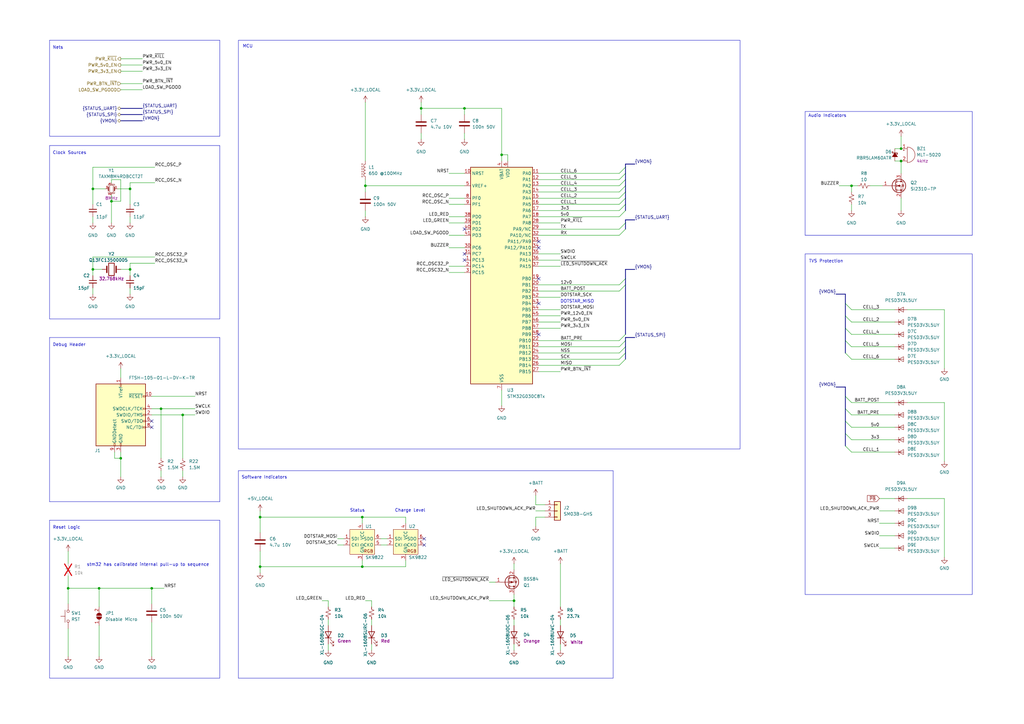
<source format=kicad_sch>
(kicad_sch (version 20231120) (generator "eeschema") (generator_version "8.0")
  (paper "A3")
  (title_block (title "Power Board") (date "2025-01-20") (rev "1.1") (company "SSL A-Team") (comment 1 "Will Stuckey"))
  (bus_alias "STATUS_SPI" (members "MOSI" "MISO" "SCK" "NSS"))
  (bus_alias "STATUS_UART" (members "RX" "TX"))
  (bus_alias "VMON" (members "CELL_1" "CELL_2" "CELL_3" "CELL_4" "CELL_5" "CELL_6" "BATT_PRE" "BATT_POST" "5v0" "3v3" "12v0"))
  (junction (at 53.34 77.47))
  (junction (at 62.23 241.3))
  (junction (at 210.82 246.38))
  (junction (at 45.72 82.55))
  (junction (at 369.57 66.04))
  (junction (at 369.57 60.96))
  (junction (at 66.04 167.64))
  (junction (at 27.94 241.3))
  (junction (at 74.93 170.18))
  (junction (at 49.53 187.96))
  (junction (at 38.1 110.49))
  (junction (at 148.59 212.09))
  (junction (at 172.72 44.45))
  (junction (at 40.64 241.3))
  (junction (at 53.34 110.49))
  (junction (at 190.5 44.45))
  (junction (at 106.68 232.41))
  (junction (at 149.86 76.2))
  (junction (at 148.59 232.41))
  (junction (at 106.68 212.09))
  (junction (at 38.1 77.47))
  (junction (at 205.74 63.5))
  (junction (at 349.25 76.2))
  (no_connect (at 190.5 104.14))
  (no_connect (at 220.98 114.3))
  (no_connect (at 220.98 99.06))
  (no_connect (at 62.23 172.72))
  (no_connect (at 173.99 220.98))
  (no_connect (at 190.5 93.98))
  (no_connect (at 62.23 175.26))
  (no_connect (at 220.98 124.46))
  (no_connect (at 220.98 101.6))
  (no_connect (at 190.5 106.68))
  (no_connect (at 220.98 137.16))
  (no_connect (at 173.99 223.52))
  (bus_entry (at 256.54 144.78) (size -2.54 2.54))
  (bus_entry (at 346.71 182.88) (size 2.54 2.54))
  (bus_entry (at 256.54 116.84) (size -2.54 2.54))
  (bus_entry (at 256.54 71.12) (size -2.54 2.54))
  (bus_entry (at 346.71 167.64) (size 2.54 2.54))
  (bus_entry (at 256.54 91.44) (size -2.54 2.54))
  (bus_entry (at 256.54 86.36) (size -2.54 2.54))
  (bus_entry (at 256.54 147.32) (size -2.54 2.54))
  (bus_entry (at 256.54 68.58) (size -2.54 2.54))
  (bus_entry (at 346.71 172.72) (size 2.54 2.54))
  (bus_entry (at 256.54 114.3) (size -2.54 2.54))
  (bus_entry (at 346.71 162.56) (size 2.54 2.54))
  (bus_entry (at 256.54 83.82) (size -2.54 2.54))
  (bus_entry (at 346.71 134.62) (size 2.54 2.54))
  (bus_entry (at 346.71 144.78) (size 2.54 2.54))
  (bus_entry (at 346.71 124.46) (size 2.54 2.54))
  (bus_entry (at 256.54 76.2) (size -2.54 2.54))
  (bus_entry (at 346.71 129.54) (size 2.54 2.54))
  (bus_entry (at 256.54 93.98) (size -2.54 2.54))
  (bus_entry (at 256.54 73.66) (size -2.54 2.54))
  (bus_entry (at 256.54 137.16) (size -2.54 2.54))
  (bus_entry (at 256.54 78.74) (size -2.54 2.54))
  (bus_entry (at 346.71 139.7) (size 2.54 2.54))
  (bus_entry (at 256.54 81.28) (size -2.54 2.54))
  (bus_entry (at 256.54 139.7) (size -2.54 2.54))
  (bus_entry (at 256.54 142.24) (size -2.54 2.54))
  (bus_entry (at 346.71 177.8) (size 2.54 2.54))
  (bus (pts (xy 346.71 134.62) (xy 346.71 139.7)))
  (wire (pts (xy 349.25 127) (xy 367.03 127)))
  (bus (pts (xy 256.54 68.58) (xy 256.54 71.12)))
  (wire (pts (xy 208.28 63.5) (xy 208.28 66.04)))
  (bus (pts (xy 49.53 46.99) (xy 58.42 46.99)))
  (wire (pts (xy 152.4 246.38) (xy 152.4 248.92)))
  (wire (pts (xy 184.15 91.44) (xy 190.5 91.44)))
  (wire (pts (xy 40.64 241.3) (xy 40.64 248.92)))
  (wire (pts (xy 152.4 264.16) (xy 152.4 266.7)))
  (wire (pts (xy 149.86 246.38) (xy 152.4 246.38)))
  (wire (pts (xy 49.53 34.29) (xy 58.42 34.29)))
  (wire (pts (xy 184.15 83.82) (xy 190.5 83.82)))
  (wire (pts (xy 27.94 226.06) (xy 27.94 231.14)))
  (wire (pts (xy 372.11 165.1) (xy 387.35 165.1)))
  (bus (pts (xy 342.9 120.65) (xy 346.71 120.65)))
  (wire (pts (xy 49.53 187.96) (xy 49.53 195.58)))
  (wire (pts (xy 219.71 209.55) (xy 223.52 209.55)))
  (wire (pts (xy 219.71 207.01) (xy 223.52 207.01)))
  (wire (pts (xy 49.53 82.55) (xy 45.72 82.55)))
  (wire (pts (xy 49.53 24.13) (xy 58.42 24.13)))
  (wire (pts (xy 208.28 63.5) (xy 205.74 63.5)))
  (wire (pts (xy 53.34 118.11) (xy 53.34 120.65)))
  (wire (pts (xy 220.98 152.4) (xy 229.87 152.4)))
  (polyline (pts (xy 97.79 278.13) (xy 251.46 278.13)))
  (wire (pts (xy 49.53 185.42) (xy 49.53 187.96)))
  (wire (pts (xy 349.25 83.82) (xy 349.25 86.36)))
  (bus (pts (xy 346.71 162.56) (xy 346.71 167.64)))
  (wire (pts (xy 40.64 241.3) (xy 27.94 241.3)))
  (wire (pts (xy 62.23 162.56) (xy 80.01 162.56)))
  (wire (pts (xy 349.25 142.24) (xy 367.03 142.24)))
  (wire (pts (xy 148.59 212.09) (xy 148.59 214.63)))
  (wire (pts (xy 367.03 66.04) (xy 369.57 66.04)))
  (bus (pts (xy 256.54 67.31) (xy 256.54 68.58)))
  (wire (pts (xy 134.62 254) (xy 134.62 256.54)))
  (wire (pts (xy 46.99 187.96) (xy 49.53 187.96)))
  (wire (pts (xy 372.11 127) (xy 387.35 127)))
  (wire (pts (xy 349.25 132.08) (xy 367.03 132.08)))
  (wire (pts (xy 27.94 236.22) (xy 27.94 241.3)))
  (wire (pts (xy 49.53 26.67) (xy 58.42 26.67)))
  (wire (pts (xy 229.87 254) (xy 229.87 256.54)))
  (bus (pts (xy 256.54 83.82) (xy 256.54 86.36)))
  (wire (pts (xy 190.5 76.2) (xy 149.86 76.2)))
  (wire (pts (xy 41.91 110.49) (xy 38.1 110.49)))
  (wire (pts (xy 172.72 44.45) (xy 172.72 46.99)))
  (wire (pts (xy 184.15 111.76) (xy 190.5 111.76)))
  (wire (pts (xy 349.25 137.16) (xy 367.03 137.16)))
  (wire (pts (xy 43.18 77.47) (xy 38.1 77.47)))
  (wire (pts (xy 349.25 170.18) (xy 367.03 170.18)))
  (wire (pts (xy 220.98 106.68) (xy 229.87 106.68)))
  (wire (pts (xy 220.98 119.38) (xy 254 119.38)))
  (wire (pts (xy 66.04 167.64) (xy 80.01 167.64)))
  (wire (pts (xy 38.1 110.49) (xy 38.1 113.03)))
  (wire (pts (xy 229.87 231.14) (xy 229.87 248.92)))
  (wire (pts (xy 220.98 116.84) (xy 254 116.84)))
  (wire (pts (xy 184.15 96.52) (xy 190.5 96.52)))
  (wire (pts (xy 220.98 104.14) (xy 229.87 104.14)))
  (bus (pts (xy 256.54 139.7) (xy 256.54 142.24)))
  (wire (pts (xy 134.62 264.16) (xy 134.62 266.7)))
  (bus (pts (xy 256.54 90.17) (xy 256.54 91.44)))
  (wire (pts (xy 349.25 175.26) (xy 367.03 175.26)))
  (wire (pts (xy 220.98 121.92) (xy 229.87 121.92)))
  (wire (pts (xy 220.98 109.22) (xy 229.87 109.22)))
  (wire (pts (xy 38.1 105.41) (xy 63.5 105.41)))
  (wire (pts (xy 184.15 101.6) (xy 190.5 101.6)))
  (wire (pts (xy 62.23 255.27) (xy 62.23 269.24)))
  (wire (pts (xy 148.59 212.09) (xy 166.37 212.09)))
  (wire (pts (xy 200.66 238.76) (xy 203.2 238.76)))
  (wire (pts (xy 53.34 110.49) (xy 53.34 107.95)))
  (bus (pts (xy 346.71 129.54) (xy 346.71 134.62)))
  (wire (pts (xy 106.68 209.55) (xy 106.68 212.09)))
  (wire (pts (xy 106.68 232.41) (xy 148.59 232.41)))
  (wire (pts (xy 349.25 180.34) (xy 367.03 180.34)))
  (bus (pts (xy 256.54 138.43) (xy 256.54 139.7)))
  (wire (pts (xy 62.23 170.18) (xy 74.93 170.18)))
  (wire (pts (xy 106.68 226.06) (xy 106.68 232.41)))
  (wire (pts (xy 132.08 246.38) (xy 134.62 246.38)))
  (bus (pts (xy 256.54 144.78) (xy 256.54 147.32)))
  (polyline (pts (xy 251.46 193.04) (xy 251.46 278.13)))
  (wire (pts (xy 223.52 212.09) (xy 219.71 212.09)))
  (wire (pts (xy 38.1 68.58) (xy 38.1 77.47)))
  (wire (pts (xy 53.34 83.82) (xy 53.34 77.47)))
  (wire (pts (xy 219.71 212.09) (xy 219.71 215.9)))
  (wire (pts (xy 45.72 82.55) (xy 45.72 91.44)))
  (wire (pts (xy 220.98 76.2) (xy 254 76.2)))
  (wire (pts (xy 66.04 167.64) (xy 66.04 187.96)))
  (wire (pts (xy 210.82 243.84) (xy 210.82 246.38)))
  (wire (pts (xy 220.98 96.52) (xy 254 96.52)))
  (wire (pts (xy 53.34 110.49) (xy 53.34 113.03)))
  (wire (pts (xy 49.53 29.21) (xy 58.42 29.21)))
  (wire (pts (xy 149.86 41.91) (xy 149.86 66.04)))
  (wire (pts (xy 149.86 86.36) (xy 149.86 88.9)))
  (wire (pts (xy 62.23 241.3) (xy 67.31 241.3)))
  (wire (pts (xy 205.74 44.45) (xy 190.5 44.45)))
  (wire (pts (xy 220.98 73.66) (xy 254 73.66)))
  (bus (pts (xy 49.53 44.45) (xy 58.42 44.45)))
  (wire (pts (xy 205.74 160.02) (xy 205.74 166.37)))
  (bus (pts (xy 256.54 78.74) (xy 256.54 81.28)))
  (wire (pts (xy 158.75 220.98) (xy 156.21 220.98)))
  (wire (pts (xy 190.5 44.45) (xy 190.5 46.99)))
  (wire (pts (xy 219.71 203.2) (xy 219.71 207.01)))
  (wire (pts (xy 138.43 220.98) (xy 140.97 220.98)))
  (wire (pts (xy 220.98 139.7) (xy 254 139.7)))
  (wire (pts (xy 360.68 204.47) (xy 367.03 204.47)))
  (bus (pts (xy 346.71 120.65) (xy 346.71 124.46)))
  (wire (pts (xy 148.59 232.41) (xy 166.37 232.41)))
  (wire (pts (xy 53.34 88.9) (xy 53.34 91.44)))
  (wire (pts (xy 369.57 66.04) (xy 369.57 71.12)))
  (wire (pts (xy 220.98 134.62) (xy 229.87 134.62)))
  (bus (pts (xy 260.35 138.43) (xy 256.54 138.43)))
  (wire (pts (xy 45.72 82.55) (xy 45.72 80.01)))
  (wire (pts (xy 45.72 73.66) (xy 49.53 73.66)))
  (bus (pts (xy 256.54 142.24) (xy 256.54 144.78)))
  (wire (pts (xy 172.72 54.61) (xy 172.72 57.15)))
  (wire (pts (xy 349.25 76.2) (xy 349.25 78.74)))
  (bus (pts (xy 342.9 158.75) (xy 346.71 158.75)))
  (polyline (pts (xy 20.32 138.43) (xy 20.32 205.74)))
  (wire (pts (xy 62.23 167.64) (xy 66.04 167.64)))
  (wire (pts (xy 53.34 77.47) (xy 53.34 74.93)))
  (wire (pts (xy 158.75 223.52) (xy 156.21 223.52)))
  (bus (pts (xy 256.54 71.12) (xy 256.54 73.66)))
  (wire (pts (xy 367.03 60.96) (xy 369.57 60.96)))
  (wire (pts (xy 349.25 165.1) (xy 367.03 165.1)))
  (bus (pts (xy 346.71 172.72) (xy 346.71 177.8)))
  (wire (pts (xy 149.86 76.2) (xy 149.86 78.74)))
  (wire (pts (xy 220.98 93.98) (xy 254 93.98)))
  (wire (pts (xy 372.11 204.47) (xy 387.35 204.47)))
  (wire (pts (xy 27.94 241.3) (xy 27.94 247.65)))
  (wire (pts (xy 152.4 254) (xy 152.4 256.54)))
  (wire (pts (xy 349.25 147.32) (xy 367.03 147.32)))
  (wire (pts (xy 74.93 193.04) (xy 74.93 195.58)))
  (wire (pts (xy 49.53 151.13) (xy 49.53 154.94)))
  (wire (pts (xy 205.74 66.04) (xy 205.74 63.5)))
  (bus (pts (xy 346.71 124.46) (xy 346.71 129.54)))
  (wire (pts (xy 148.59 229.87) (xy 148.59 232.41)))
  (polyline (pts (xy 20.32 138.43) (xy 90.17 138.43)))
  (wire (pts (xy 210.82 256.54) (xy 210.82 254)))
  (polyline (pts (xy 90.17 138.43) (xy 90.17 205.74)))
  (wire (pts (xy 74.93 170.18) (xy 74.93 187.96)))
  (wire (pts (xy 210.82 246.38) (xy 210.82 248.92)))
  (wire (pts (xy 53.34 74.93) (xy 63.5 74.93)))
  (wire (pts (xy 38.1 68.58) (xy 63.5 68.58)))
  (wire (pts (xy 220.98 129.54) (xy 229.87 129.54)))
  (wire (pts (xy 220.98 78.74) (xy 254 78.74)))
  (wire (pts (xy 220.98 142.24) (xy 254 142.24)))
  (bus (pts (xy 256.54 91.44) (xy 256.54 93.98)))
  (wire (pts (xy 184.15 109.22) (xy 190.5 109.22)))
  (wire (pts (xy 38.1 88.9) (xy 38.1 91.44)))
  (polyline (pts (xy 251.46 193.04) (xy 97.79 193.04)))
  (wire (pts (xy 220.98 91.44) (xy 229.87 91.44)))
  (wire (pts (xy 46.99 185.42) (xy 46.99 187.96)))
  (wire (pts (xy 49.53 110.49) (xy 53.34 110.49)))
  (wire (pts (xy 48.26 77.47) (xy 53.34 77.47)))
  (wire (pts (xy 40.64 241.3) (xy 62.23 241.3)))
  (wire (pts (xy 369.57 55.88) (xy 369.57 60.96)))
  (polyline (pts (xy 90.17 205.74) (xy 20.32 205.74)))
  (bus (pts (xy 256.54 73.66) (xy 256.54 76.2)))
  (bus (pts (xy 256.54 110.49) (xy 256.54 114.3)))
  (bus (pts (xy 260.35 110.49) (xy 256.54 110.49)))
  (wire (pts (xy 387.35 127) (xy 387.35 151.13)))
  (wire (pts (xy 138.43 223.52) (xy 140.97 223.52)))
  (wire (pts (xy 27.94 257.81) (xy 27.94 269.24)))
  (wire (pts (xy 184.15 71.12) (xy 190.5 71.12)))
  (wire (pts (xy 220.98 86.36) (xy 254 86.36)))
  (wire (pts (xy 367.03 219.71) (xy 360.68 219.71)))
  (bus (pts (xy 256.54 116.84) (xy 256.54 137.16)))
  (bus (pts (xy 256.54 76.2) (xy 256.54 78.74)))
  (wire (pts (xy 38.1 118.11) (xy 38.1 120.65)))
  (wire (pts (xy 387.35 204.47) (xy 387.35 228.6)))
  (wire (pts (xy 356.87 76.2) (xy 361.95 76.2)))
  (wire (pts (xy 134.62 246.38) (xy 134.62 248.92)))
  (bus (pts (xy 256.54 114.3) (xy 256.54 116.84)))
  (wire (pts (xy 369.57 81.28) (xy 369.57 86.36)))
  (wire (pts (xy 166.37 212.09) (xy 166.37 214.63)))
  (wire (pts (xy 349.25 76.2) (xy 351.79 76.2)))
  (wire (pts (xy 38.1 110.49) (xy 38.1 105.41)))
  (wire (pts (xy 74.93 170.18) (xy 80.01 170.18)))
  (bus (pts (xy 260.35 67.31) (xy 256.54 67.31)))
  (wire (pts (xy 66.04 193.04) (xy 66.04 195.58)))
  (wire (pts (xy 53.34 107.95) (xy 63.5 107.95)))
  (wire (pts (xy 166.37 229.87) (xy 166.37 232.41)))
  (wire (pts (xy 45.72 74.93) (xy 45.72 73.66)))
  (wire (pts (xy 220.98 127) (xy 229.87 127)))
  (wire (pts (xy 62.23 241.3) (xy 62.23 247.65)))
  (wire (pts (xy 220.98 81.28) (xy 254 81.28)))
  (polyline (pts (xy 97.79 193.04) (xy 97.79 278.13)))
  (wire (pts (xy 210.82 231.14) (xy 210.82 233.68)))
  (wire (pts (xy 190.5 44.45) (xy 172.72 44.45)))
  (wire (pts (xy 49.53 73.66) (xy 49.53 82.55)))
  (wire (pts (xy 205.74 63.5) (xy 205.74 44.45)))
  (wire (pts (xy 344.17 76.2) (xy 349.25 76.2)))
  (bus (pts (xy 346.71 139.7) (xy 346.71 144.78)))
  (bus (pts (xy 256.54 81.28) (xy 256.54 83.82)))
  (wire (pts (xy 149.86 73.66) (xy 149.86 76.2)))
  (bus (pts (xy 49.53 49.53) (xy 58.42 49.53)))
  (bus (pts (xy 260.35 90.17) (xy 256.54 90.17)))
  (wire (pts (xy 367.03 209.55) (xy 360.68 209.55)))
  (wire (pts (xy 58.42 36.83) (xy 49.53 36.83)))
  (wire (pts (xy 367.03 224.79) (xy 360.68 224.79)))
  (wire (pts (xy 220.98 132.08) (xy 229.87 132.08)))
  (wire (pts (xy 387.35 165.1) (xy 387.35 189.23)))
  (wire (pts (xy 184.15 88.9) (xy 190.5 88.9)))
  (wire (pts (xy 220.98 71.12) (xy 254 71.12)))
  (wire (pts (xy 220.98 149.86) (xy 254 149.86)))
  (wire (pts (xy 106.68 232.41) (xy 106.68 234.95)))
  (wire (pts (xy 200.66 246.38) (xy 210.82 246.38)))
  (wire (pts (xy 220.98 88.9) (xy 254 88.9)))
  (wire (pts (xy 172.72 41.91) (xy 172.72 44.45)))
  (wire (pts (xy 367.03 214.63) (xy 360.68 214.63)))
  (bus (pts (xy 346.71 158.75) (xy 346.71 162.56)))
  (wire (pts (xy 220.98 147.32) (xy 254 147.32)))
  (wire (pts (xy 190.5 54.61) (xy 190.5 57.15)))
  (wire (pts (xy 210.82 264.16) (xy 210.82 266.7)))
  (wire (pts (xy 220.98 144.78) (xy 254 144.78)))
  (wire (pts (xy 38.1 77.47) (xy 38.1 83.82)))
  (wire (pts (xy 349.25 185.42) (xy 367.03 185.42)))
  (wire (pts (xy 106.68 212.09) (xy 106.68 218.44)))
  (wire (pts (xy 40.64 256.54) (xy 40.64 269.24)))
  (bus (pts (xy 346.71 167.64) (xy 346.71 172.72)))
  (wire (pts (xy 229.87 264.16) (xy 229.87 266.7)))
  (wire (pts (xy 184.15 81.28) (xy 190.5 81.28)))
  (wire (pts (xy 106.68 212.09) (xy 148.59 212.09)))
  (wire (pts (xy 220.98 83.82) (xy 254 83.82)))
  (bus (pts (xy 346.71 177.8) (xy 346.71 182.88)))
  (rectangle (start 97.79 16.51) (end 303.53 184.15))
  (rectangle (start 330.2 45.72) (end 398.78 96.52))
  (rectangle (start 20.32 59.69) (end 90.17 130.81))
  (rectangle (start 330.2 104.14) (end 398.78 243.84))
  (rectangle (start 20.32 16.51) (end 90.17 55.88))
  (rectangle (start 20.32 213.36) (end 90.17 278.13))
  (text "Charge Level" (at 161.925 210.185 0) (effects (font (size 1.27 1.27)) (justify left bottom)))
  (text "Nets" (at 21.59 20.32 0) (effects (font (size 1.27 1.27)) (justify left bottom)))
  (text "Reset Logic" (at 21.59 217.17 0) (effects (font (size 1.27 1.27)) (justify left bottom)))
  (text "Audio Indicators" (at 331.47 48.26 0) (effects (font (size 1.27 1.27)) (justify left bottom)))
  (text "stm32 has calibrated internal pull-up to sequence" (at 35.56 232.41 0) (effects (font (size 1.27 1.27)) (justify left bottom)))
  (text "Clock Sources" (at 21.59 63.5 0) (effects (font (size 1.27 1.27)) (justify left bottom)))
  (text "TVS Protection" (at 331.724 107.95 0) (effects (font (size 1.27 1.27)) (justify left bottom)))
  (text "Status" (at 143.51 210.185 0) (effects (font (size 1.27 1.27)) (justify left bottom)))
  (text "Software Indicators" (at 99.06 196.596 0) (effects (font (size 1.27 1.27)) (justify left bottom)))
  (text "MCU" (at 101.6 19.05 0) (effects (font (size 1.27 1.27))))
  (text "Debug Header" (at 21.59 142.24 0) (effects (font (size 1.27 1.27)) (justify left bottom)))
  (text "DOTSTAR_MISO" (at 236.728 123.698 0) (effects (font (size 1.27 1.27))))
  (label "~{LED_SHUTDOWN_ACK}" (at 229.87 109.22 0))
  (label "BATT_POST" (at 360.68 165.1 180))
  (label "CELL_2" (at 360.68 132.08 180))
  (label "BATT_PRE" (at 229.87 139.7 0))
  (label "MOSI" (at 229.87 142.24 0))
  (label "DOTSTAR_MOSI" (at 229.87 127 0))
  (label "CELL_6" (at 360.68 147.32 180))
  (label "LED_RED" (at 149.86 246.38 180))
  (label "PWR_~{KILL}" (at 58.42 24.13 0))
  (label "LOAD_SW_PGOOD" (at 58.42 36.83 0))
  (label "RCC_OSC_N" (at 184.15 83.82 180))
  (label "CELL_5" (at 360.68 142.24 180))
  (label "SWDIO" (at 80.01 170.18 0))
  (label "{STATUS_UART}" (at 260.35 90.17 0))
  (label "PWR_BTN_~{INT}" (at 58.42 34.29 0))
  (label "DOTSTAR_SCK" (at 138.43 223.52 180))
  (label "5v0" (at 229.87 88.9 0))
  (label "RCC_OSC32_N" (at 63.5 107.95 0))
  (label "SWCLK" (at 80.01 167.64 0))
  (label "CELL_2" (at 229.87 81.28 0))
  (label "RCC_OSC32_P" (at 63.5 105.41 0))
  (label "SWDIO" (at 360.68 219.71 180))
  (label "MISO" (at 229.87 149.86 0))
  (label "CELL_4" (at 229.87 76.2 0))
  (label "3v3" (at 360.68 180.34 180))
  (label "DOTSTAR_SCK" (at 229.87 121.92 0))
  (label "TX" (at 229.87 93.98 0))
  (label "~{LED_SHUTDOWN_ACK}" (at 200.66 238.76 180))
  (label "CELL_4" (at 360.68 137.16 180))
  (label "NRST" (at 184.15 71.12 180))
  (label "SWCLK" (at 229.87 106.68 0))
  (label "SCK" (at 229.87 147.32 0))
  (label "PWR_3v3_EN" (at 58.42 29.21 0))
  (label "NRST" (at 67.31 241.3 0))
  (label "BATT_PRE" (at 360.68 170.18 180))
  (label "{VMON}" (at 260.35 110.49 0))
  (label "{VMON}" (at 342.9 120.65 180))
  (label "RX" (at 229.87 96.52 0))
  (label "{STATUS_SPI}" (at 58.42 46.99 0))
  (label "{STATUS_SPI}" (at 260.35 138.43 0))
  (label "{STATUS_UART}" (at 58.42 44.45 0))
  (label "PWR_12v0_EN" (at 229.87 129.54 0))
  (label "SWCLK" (at 360.68 224.79 180))
  (label "LED_GREEN" (at 184.15 91.44 180))
  (label "PWR_BTN_~{INT}" (at 229.87 152.4 0))
  (label "LED_SHUTDOWN_ACK_PWR" (at 200.66 246.38 180))
  (label "CELL_5" (at 229.87 73.66 0))
  (label "{VMON}" (at 342.9 158.75 180))
  (label "CELL_1" (at 360.68 185.42 180))
  (label "CELL_3" (at 360.68 127 180))
  (label "3v3" (at 229.87 86.36 0))
  (label "DOTSTAR_MOSI" (at 138.43 220.98 180))
  (label "LED_RED" (at 184.15 88.9 180))
  (label "{VMON}" (at 58.42 49.53 0))
  (label "PWR_5v0_EN" (at 58.42 26.67 0))
  (label "RCC_OSC_N" (at 63.5 74.93 0))
  (label "LED_GREEN" (at 132.08 246.38 180))
  (label "NRST" (at 80.01 162.56 0))
  (label "PWR_3v3_EN" (at 229.87 134.62 0))
  (label "LED_SHUTDOWN_ACK_PWR" (at 219.71 209.55 180))
  (label "RCC_OSC32_N" (at 184.15 111.76 180))
  (label "NRST" (at 360.68 214.63 180))
  (label "CELL_6" (at 229.87 71.12 0))
  (label "PWR_5v0_EN" (at 229.87 132.08 0))
  (label "RCC_OSC_P" (at 63.5 68.58 0))
  (label "NSS" (at 229.87 144.78 0))
  (label "5v0" (at 360.68 175.26 180))
  (label "BUZZER" (at 184.15 101.6 180))
  (label "CELL_1" (at 229.87 83.82 0))
  (label "RCC_OSC32_P" (at 184.15 109.22 180))
  (label "BUZZER" (at 344.17 76.2 180))
  (label "PWR_~{KILL}" (at 229.87 91.44 0))
  (label "BATT_POST" (at 229.87 119.38 0))
  (label "SWDIO" (at 229.87 104.14 0))
  (label "LOAD_SW_PGOOD" (at 184.15 96.52 180))
  (label "{VMON}" (at 260.35 67.31 0))
  (label "12v0" (at 229.87 116.84 0))
  (label "CELL_3" (at 229.87 78.74 0))
  (label "RCC_OSC_P" (at 184.15 81.28 180))
  (label "LED_SHUTDOWN_ACK_PWR" (at 360.68 209.55 180))
  (global_label "~{PB}" (shape input) (at 360.68 204.47 180) (property "Intersheetrefs" "${INTERSHEET_REFS}" (effects (hide yes))))
  (hierarchical_label "LOAD_SW_PGOOD" (shape input) (at 49.53 36.83 180))
  (hierarchical_label "PWR_3v3_EN" (shape output) (at 49.53 29.21 180))
  (hierarchical_label "{STATUS_SPI}" (shape bidirectional) (at 49.53 46.99 180))
  (hierarchical_label "PWR_~{KILL}" (shape output) (at 49.53 24.13 180))
  (hierarchical_label "PWR_5v0_EN" (shape output) (at 49.53 26.67 180))
  (hierarchical_label "{VMON}" (shape bidirectional) (at 49.53 49.53 180))
  (hierarchical_label "PWR_BTN_~{INT}" (shape input) (at 49.53 34.29 180))
  (hierarchical_label "{STATUS_UART}" (shape bidirectional) (at 49.53 44.45 180))
  (symbol (lib_id "Device:Q_NMOS_GSD") (at 367.03 76.2 0) (unit 1)
    (property "Reference" "Q2" (at 373.38 74.9299 0) (effects (justify left)))
    (property "Value" "SI2310-TP" (at 373.38 77.4699 0) (effects (justify left)))
    (property "Footprint" "Package_TO_SOT_SMD:SOT-23" (effects (hide yes)))
  )
  (symbol (lib_name "GND_1") (lib_id "power:GND") (at 172.72 57.15 0) (unit 1)
    (property "Reference" "#PWR018" (effects (hide yes)))
    (property "Value" "GND" (at 172.72 62.23 0))
    (property "Description" "Power symbol creates a global label with name \"GND\" , ground" (effects (hide yes)))
  )
  (symbol (lib_name "GND_1") (lib_id "power:GND") (at 190.5 57.15 0) (unit 1)
    (property "Reference" "#PWR020" (effects (hide yes)))
    (property "Value" "GND" (at 190.5 62.23 0))
    (property "Description" "Power symbol creates a global label with name \"GND\" , ground" (effects (hide yes)))
  )
  (symbol (lib_id "Power_Protection:PESD3V3L5UY") (at 369.57 165.1 0) (unit 1)
    (property "Reference" "D8" (at 369.57 158.75 0))
    (property "Value" "PESD3V3L5UY" (at 369.57 161.29 0))
    (property "Footprint" "Package_TO_SOT_SMD:SOT-363_SC-70-6" (effects (hide yes)))
    (property "Datasheet" "https://assets.nexperia.com/documents/data-sheet/PESDXL5UF_V_Y.pdf" (effects (hide yes)))
  )
  (symbol (lib_id "Power_Protection:PESD3V3L5UY") (at 369.57 142.24 0) (unit 4)
    (property "Reference" "D7" (at 372.11 140.97 0) (effects (justify left)))
    (property "Value" "PESD3V3L5UY" (at 372.11 143.51 0) (effects (justify left)))
    (property "Footprint" "Package_TO_SOT_SMD:SOT-363_SC-70-6" (effects (hide yes)))
    (property "Datasheet" "https://assets.nexperia.com/documents/data-sheet/PESDXL5UF_V_Y.pdf" (effects (hide yes)))
  )
  (symbol (lib_id "power:GND") (at 387.35 151.13 0) (unit 1)
    (property "Reference" "#PWR034" (effects (hide yes)))
    (property "Value" "GND" (at 387.35 155.575 0))
  )
  (symbol (lib_id "power:+3.3V") (at 27.94 226.06 0) (unit 1)
    (property "Reference" "#PWR03" (effects (hide yes)))
    (property "Value" "+3.3V_LOCAL" (at 27.94 220.98 0))
    (property "Description" "Power symbol creates a global label with name \"+3.3V\"" (effects (hide yes)))
  )
  (symbol (lib_id "Device:C") (at 190.5 50.8 0) (unit 1)
    (property "Reference" "C8" (at 193.675 49.5299 0) (effects (justify left)))
    (property "Value" "100n 50V" (at 193.675 52.0699 0) (effects (justify left)))
    (property "Footprint" "Capacitor_SMD:C_0402_1005Metric" (effects (hide yes)))
  )
  (symbol (lib_name "GND_1") (lib_id "power:GND") (at 205.74 166.37 0) (unit 1)
    (property "Reference" "#PWR024" (effects (hide yes)))
    (property "Value" "GND" (at 205.74 171.45 0))
    (property "Description" "Power symbol creates a global label with name \"GND\" , ground" (effects (hide yes)))
  )
  (symbol (lib_id "power:+3.3V") (at 172.72 41.91 0) (unit 1)
    (property "Reference" "#PWR017" (effects (hide yes)))
    (property "Value" "+3.3V_LOCAL" (at 172.72 36.83 0))
    (property "Description" "Power symbol creates a global label with name \"+3.3V\"" (effects (hide yes)))
  )
  (symbol (lib_id "power:GND") (at 38.1 120.65 0) (unit 1)
    (property "Reference" "#PWR06" (effects (hide yes)))
    (property "Value" "GND" (at 38.1 125.73 0))
  )
  (symbol (lib_id "Device:Crystal") (at 45.72 110.49 0) (unit 1)
    (property "Reference" "Y2" (at 45.72 104.14 0))
    (property "Value" "Q13FC13500005" (at 44.45 106.68 0))
    (property "Footprint" "Crystal:Crystal_SMD_3215-2Pin_3.2x1.5mm" (effects (hide yes)))
    (property "Value2" "32.768kHz" (at 45.72 114.3 0))
  )
  (symbol (lib_id "Power_Protection:PESD3V3L5UY") (at 369.57 175.26 0) (unit 3)
    (property "Reference" "D8" (at 372.11 173.99 0) (effects (justify left)))
    (property "Value" "PESD3V3L5UY" (at 372.11 176.53 0) (effects (justify left)))
    (property "Footprint" "Package_TO_SOT_SMD:SOT-363_SC-70-6" (effects (hide yes)))
    (property "Datasheet" "https://assets.nexperia.com/documents/data-sheet/PESDXL5UF_V_Y.pdf" (effects (hide yes)))
  )
  (symbol (lib_id "Device:C_Small") (at 53.34 86.36 0) (unit 1)
    (property "Reference" "C3" (at 54.61 83.82 0) (effects (justify left)))
    (property "Value" "11pF" (at 54.61 88.9 0) (effects (justify left)))
    (property "Footprint" "Capacitor_SMD:C_0402_1005Metric" (effects (hide yes)))
  )
  (symbol (lib_id "power:+BATT") (at 229.87 231.14 0) (unit 1)
    (property "Reference" "#PWR029" (effects (hide yes)))
    (property "Value" "+BATT" (at 229.87 226.06 0))
    (property "Description" "Power symbol creates a global label with name \"+BATT\"" (effects (hide yes)))
  )
  (symbol (lib_id "Device:R_Small_US") (at 66.04 190.5 0) (unit 1)
    (property "Reference" "R2" (at 68.58 189.2299 0) (effects (justify left)))
    (property "Value" "1.5M" (at 68.58 191.7699 0) (effects (justify left)))
    (property "Footprint" "Resistor_SMD:R_0402_1005Metric" (effects (hide yes)))
  )
  (symbol (lib_id "power:+BATT") (at 219.71 203.2 0) (unit 1)
    (property "Reference" "#PWR027" (effects (hide yes)))
    (property "Value" "+BATT" (at 219.71 198.12 0))
    (property "Description" "Power symbol creates a global label with name \"+BATT\"" (effects (hide yes)))
  )
  (symbol (lib_id "Device:R_Small_US") (at 27.94 233.68 0) (unit 1) (in_bom no) (dnp yes)
    (property "Reference" "R1" (at 30.48 232.41 0) (effects (justify left)))
    (property "Value" "10k" (at 30.48 234.95 0) (effects (justify left)))
    (property "Footprint" "Resistor_SMD:R_0402_1005Metric" (effects (hide yes)))
  )
  (symbol (lib_id "power:GND") (at 53.34 120.65 0) (unit 1)
    (property "Reference" "#PWR012" (effects (hide yes)))
    (property "Value" "GND" (at 53.34 125.73 0))
  )
  (symbol (lib_id "power:+5V") (at 106.68 209.55 0) (unit 1)
    (property "Reference" "#PWR014" (effects (hide yes)))
    (property "Value" "+5V_LOCAL" (at 106.68 204.47 0))
    (property "Description" "Power symbol creates a global label with name \"+5V\"" (effects (hide yes)))
  )
  (symbol (lib_id "Switch:SW_Push") (at 27.94 252.73 90) (unit 1)
    (property "Reference" "SW1" (at 29.21 251.46 90) (effects (justify right)))
    (property "Value" "RST" (at 29.21 254 90) (effects (justify right)))
    (property "Footprint" "Button_Switch_SMD:SW_SPST_TL3305A" (effects (hide yes)))
  )
  (symbol (lib_id "Power_Protection:PESD3V3L5UY") (at 369.57 204.47 0) (unit 1)
    (property "Reference" "D9" (at 369.57 198.12 0))
    (property "Value" "PESD3V3L5UY" (at 369.57 200.66 0))
    (property "Footprint" "Package_TO_SOT_SMD:SOT-363_SC-70-6" (effects (hide yes)))
    (property "Datasheet" "https://assets.nexperia.com/documents/data-sheet/PESDXL5UF_V_Y.pdf" (effects (hide yes)))
  )
  (symbol (lib_id "power:+3.3V") (at 49.53 151.13 0) (unit 1)
    (property "Reference" "#PWR09" (effects (hide yes)))
    (property "Value" "+3.3V_LOCAL" (at 49.53 146.05 0))
    (property "Description" "Power symbol creates a global label with name \"+3.3V\"" (effects (hide yes)))
  )
  (symbol (lib_id "Power_Protection:PESD3V3L5UY") (at 369.57 219.71 0) (unit 4)
    (property "Reference" "D9" (at 372.11 218.44 0) (effects (justify left)))
    (property "Value" "PESD3V3L5UY" (at 372.11 220.98 0) (effects (justify left)))
    (property "Footprint" "Package_TO_SOT_SMD:SOT-363_SC-70-6" (effects (hide yes)))
    (property "Datasheet" "https://assets.nexperia.com/documents/data-sheet/PESDXL5UF_V_Y.pdf" (effects (hide yes)))
  )
  (symbol (lib_id "power:+3.3V") (at 149.86 41.91 0) (unit 1)
    (property "Reference" "#PWR021" (effects (hide yes)))
    (property "Value" "+3.3V_LOCAL" (at 149.86 36.83 0))
    (property "Description" "Power symbol creates a global label with name \"+3.3V\"" (effects (hide yes)))
  )
  (symbol (lib_id "power:GND") (at 349.25 86.36 0) (unit 1)
    (property "Reference" "#PWR031" (effects (hide yes)))
    (property "Value" "GND" (at 349.25 91.44 0))
  )
  (symbol (lib_id "Transistor_FET:BSS84") (at 208.28 238.76 0) (mirror x) (unit 1)
    (property "Reference" "Q1" (at 214.63 240.0301 0) (effects (justify left)))
    (property "Value" "BSS84" (at 214.63 237.4901 0) (effects (justify left)))
    (property "Footprint" "Package_TO_SOT_SMD:SOT-23" (effects (hide yes)))
    (property "Datasheet" "http://assets.nexperia.com/documents/data-sheet/BSS84.pdf" (effects (hide yes)))
    (property "Description" "-0.13A Id, -50V Vds, P-Channel MOSFET, SOT-23" (effects (hide yes)))
  )
  (symbol (lib_id "power:GND") (at 210.82 266.7 0) (unit 1)
    (property "Reference" "#PWR026" (effects (hide yes)))
    (property "Value" "GND" (at 210.82 271.78 0))
  )
  (symbol (lib_id "Power_Protection:PESD3V3L5UY") (at 369.57 147.32 0) (unit 5)
    (property "Reference" "D7" (at 372.11 146.05 0) (effects (justify left)))
    (property "Value" "PESD3V3L5UY" (at 372.11 148.59 0) (effects (justify left)))
    (property "Footprint" "Package_TO_SOT_SMD:SOT-363_SC-70-6" (effects (hide yes)))
    (property "Datasheet" "https://assets.nexperia.com/documents/data-sheet/PESDXL5UF_V_Y.pdf" (effects (hide yes)))
  )
  (symbol (lib_id "Device:LED") (at 152.4 260.35 90) (unit 1)
    (property "Reference" "D3" (at 156.21 260.6674 90) (effects (justify right)))
    (property "Value" "XL-1608SURC-06" (at 149.86 260.35 0))
    (property "Footprint" "AT-LED:LED0603" (effects (hide yes)))
    (property "Value2" "Red" (at 156.21 262.89 90) (effects (justify right)))
  )
  (symbol (lib_id "power:GND") (at 40.64 269.24 0) (unit 1)
    (property "Reference" "#PWR07" (effects (hide yes)))
    (property "Value" "GND" (at 40.64 273.685 0))
  )
  (symbol (lib_id "Connector:Conn_ARM_JTAG_SWD_10") (at 49.53 170.18 0) (unit 1)
    (property "Reference" "J1" (at 41.275 184.785 0) (effects (justify right)))
    (property "Value" "FTSH-105-01-L-DV-K-TR" (at 80.01 154.94 0) (effects (justify right)))
    (property "Footprint" "AT-Connectors:Samtec-2x5pin-0.5mm" (effects (hide yes)))
    (property "Datasheet" "http://infocenter.arm.com/help/topic/com.arm.doc.ddi0314h/DDI0314H_coresight_components_trm.pdf" (effects (hide yes)))
  )
  (symbol (lib_id "Power_Protection:PESD3V3L5UY") (at 369.57 224.79 0) (unit 5)
    (property "Reference" "D9" (at 372.11 223.52 0) (effects (justify left)))
    (property "Value" "PESD3V3L5UY" (at 372.11 226.06 0) (effects (justify left)))
    (property "Footprint" "Package_TO_SOT_SMD:SOT-363_SC-70-6" (effects (hide yes)))
    (property "Datasheet" "https://assets.nexperia.com/documents/data-sheet/PESDXL5UF_V_Y.pdf" (effects (hide yes)))
  )
  (symbol (lib_id "power:GND") (at 74.93 195.58 0) (unit 1)
    (property "Reference" "#PWR054" (effects (hide yes)))
    (property "Value" "GND" (at 74.93 200.025 0))
  )
  (symbol (lib_id "AT-LED:SK9822") (at 148.59 222.25 0) (unit 1)
    (property "Reference" "U1" (at 149.86 215.9 0) (effects (justify left)))
    (property "Value" "SK9822" (at 149.86 228.6 0) (effects (justify left)))
    (property "Footprint" "AT-LED:SK9822" (effects (hide yes)))
    (property "Datasheet" "https://cdn-shop.adafruit.com/product-files/2343/SK9822_SHIJI.pdf" (effects (hide yes)))
  )
  (symbol (lib_id "Connector_Generic:Conn_01x03") (at 228.6 209.55 0) (unit 1)
    (property "Reference" "J2" (at 231.14 208.2799 0) (effects (justify left)))
    (property "Value" "SM03B-GHS" (at 231.14 210.8199 0) (effects (justify left)))
    (property "Footprint" "Connector_JST:JST_GH_SM03B-GHS-TB_1x03-1MP_P1.25mm_Horizontal" (effects (hide yes)))
    (property "Description" "Generic connector, single row, 01x03, script generated (kicad-library-utils/schlib/autogen/connector/)" (effects (hide yes)))
  )
  (symbol (lib_id "Power_Protection:PESD3V3L5UY") (at 369.57 137.16 0) (unit 3)
    (property "Reference" "D7" (at 372.11 135.89 0) (effects (justify left)))
    (property "Value" "PESD3V3L5UY" (at 372.11 138.43 0) (effects (justify left)))
    (property "Footprint" "Package_TO_SOT_SMD:SOT-363_SC-70-6" (effects (hide yes)))
    (property "Datasheet" "https://assets.nexperia.com/documents/data-sheet/PESDXL5UF_V_Y.pdf" (effects (hide yes)))
  )
  (symbol (lib_id "Device:Crystal_GND24_Small") (at 45.72 77.47 0) (mirror y) (unit 1)
    (property "Reference" "Y1" (at 45.72 69.85 0))
    (property "Value" "TAXM8M4RDBCCT2T" (at 49.53 72.39 0))
    (property "Footprint" "Crystal:Crystal_SMD_3225-4Pin_3.2x2.5mm" (effects (hide yes)))
    (property "Value2" "8MHz" (at 45.72 81.28 0))
  )
  (symbol (lib_id "power:GND") (at 62.23 269.24 0) (unit 1)
    (property "Reference" "#PWR013" (effects (hide yes)))
    (property "Value" "GND" (at 62.23 273.685 0))
  )
  (symbol (lib_id "Device:Buzzer") (at 372.11 63.5 0) (unit 1)
    (property "Reference" "BZ1" (at 375.92 60.96 0) (effects (justify left)))
    (property "Value" "MLT-5020" (at 375.92 63.5 0) (effects (justify left)))
    (property "Footprint" "AT-Buzzer:MLT-5020" (effects (hide yes)))
    (property "Value2" "4kHz" (at 375.92 66.04 0) (effects (justify left)))
  )
  (symbol (lib_id "power:GND") (at 49.53 195.58 0) (unit 1)
    (property "Reference" "#PWR010" (effects (hide yes)))
    (property "Value" "GND" (at 49.53 200.025 0))
  )
  (symbol (lib_id "Device:C") (at 149.86 82.55 0) (unit 1)
    (property "Reference" "C9" (at 153.035 81.2799 0) (effects (justify left)))
    (property "Value" "100n 50V" (at 153.035 83.8199 0) (effects (justify left)))
    (property "Footprint" "Capacitor_SMD:C_0402_1005Metric" (effects (hide yes)))
  )
  (symbol (lib_id "power:GND") (at 38.1 91.44 0) (mirror y) (unit 1)
    (property "Reference" "#PWR05" (effects (hide yes)))
    (property "Value" "GND" (at 38.1 96.52 0))
  )
  (symbol (lib_id "Device:C_Small") (at 38.1 115.57 0) (mirror y) (unit 1)
    (property "Reference" "C2" (at 36.83 113.03 0) (effects (justify left)))
    (property "Value" "15pF" (at 36.83 118.11 0) (effects (justify left)))
    (property "Footprint" "Capacitor_SMD:C_0402_1005Metric" (effects (hide yes)))
  )
  (symbol (lib_id "power:GND") (at 106.68 234.95 0) (unit 1)
    (property "Reference" "#PWR015" (effects (hide yes)))
    (property "Value" "GND" (at 106.68 240.03 0))
  )
  (symbol (lib_id "Power_Protection:PESD3V3L5UY") (at 369.57 209.55 0) (unit 2)
    (property "Reference" "D9" (at 372.11 208.28 0) (effects (justify left)))
    (property "Value" "PESD3V3L5UY" (at 372.11 210.82 0) (effects (justify left)))
    (property "Footprint" "Package_TO_SOT_SMD:SOT-363_SC-70-6" (effects (hide yes)))
    (property "Datasheet" "https://assets.nexperia.com/documents/data-sheet/PESDXL5UF_V_Y.pdf" (effects (hide yes)))
  )
  (symbol (lib_id "MCU_ST_STM32G0:STM32G030C8Tx") (at 205.74 114.3 0) (unit 1)
    (property "Reference" "U3" (at 207.9341 160.02 0) (effects (justify left)))
    (property "Value" "STM32G030C8Tx" (at 207.9341 162.56 0) (effects (justify left)))
    (property "Footprint" "Package_QFP:LQFP-48_7x7mm_P0.5mm" (effects (hide yes)))
    (property "Datasheet" "https://www.st.com/resource/en/datasheet/stm32g030c8.pdf" (effects (hide yes)))
    (property "Description" "STMicroelectronics Arm Cortex-M0+ MCU, 64KB flash, 8KB RAM, 64 MHz, 2.0-3.6V, 43 GPIO, LQFP48" (effects (hide yes)))
  )
  (symbol (lib_id "power:+3.3V") (at 369.57 55.88 0) (unit 1)
    (property "Reference" "#PWR032" (effects (hide yes)))
    (property "Value" "+3.3V_LOCAL" (at 369.57 50.8 0))
    (property "Description" "Power symbol creates a global label with name \"+3.3V\"" (effects (hide yes)))
  )
  (symbol (lib_id "Device:LED") (at 229.87 260.35 90) (unit 1)
    (property "Reference" "D5" (at 233.68 260.6674 90) (effects (justify right)))
    (property "Value" "XL-1608UWC-04" (at 226.568 251.968 0) (effects (justify right)))
    (property "Footprint" "AT-LED:LED0603" (effects (hide yes)))
    (property "Value2" "White" (at 233.934 263.398 90) (effects (justify right)))
  )
  (symbol (lib_id "power:GND") (at 45.72 91.44 0) (mirror y) (unit 1)
    (property "Reference" "#PWR08" (effects (hide yes)))
    (property "Value" "GND" (at 45.72 96.52 0))
  )
  (symbol (lib_id "power:GND") (at 66.04 195.58 0) (unit 1)
    (property "Reference" "#PWR016" (effects (hide yes)))
    (property "Value" "GND" (at 66.04 200.025 0))
  )
  (symbol (lib_id "Device:R_Small_US") (at 349.25 81.28 0) (unit 1)
    (property "Reference" "R7" (at 351.79 80.645 0) (effects (justify left)))
    (property "Value" "10k" (at 351.79 83.185 0) (effects (justify left)))
    (property "Footprint" "Resistor_SMD:R_0402_1005Metric" (effects (hide yes)))
  )
  (symbol (lib_id "power:GND") (at 387.35 189.23 0) (unit 1)
    (property "Reference" "#PWR035" (effects (hide yes)))
    (property "Value" "GND" (at 387.35 193.675 0))
  )
  (symbol (lib_id "Device:R_Small_US") (at 210.82 251.46 0) (unit 1)
    (property "Reference" "R5" (at 213.36 250.1899 0) (effects (justify left)))
    (property "Value" "10k" (at 213.36 252.7299 0) (effects (justify left)))
    (property "Footprint" "Resistor_SMD:R_0402_1005Metric" (effects (hide yes)))
  )
  (symbol (lib_id "Device:R_Small_US") (at 152.4 251.46 0) (unit 1)
    (property "Reference" "R4" (at 154.94 250.1899 0) (effects (justify left)))
    (property "Value" "10k" (at 154.94 252.7299 0) (effects (justify left)))
    (property "Footprint" "Resistor_SMD:R_0402_1005Metric" (effects (hide yes)))
  )
  (symbol (lib_id "power:GND") (at 219.71 215.9 0) (unit 1)
    (property "Reference" "#PWR028" (effects (hide yes)))
    (property "Value" "GND" (at 219.71 220.98 0))
  )
  (symbol (lib_id "Device:C") (at 62.23 251.46 0) (unit 1)
    (property "Reference" "C5" (at 65.405 250.1899 0) (effects (justify left)))
    (property "Value" "100n 50V" (at 65.405 252.7299 0) (effects (justify left)))
    (property "Footprint" "Capacitor_SMD:C_0402_1005Metric" (effects (hide yes)))
  )
  (symbol (lib_id "Power_Protection:PESD3V3L5UY") (at 369.57 132.08 0) (unit 2)
    (property "Reference" "D7" (at 372.11 130.81 0) (effects (justify left)))
    (property "Value" "PESD3V3L5UY" (at 372.11 133.35 0) (effects (justify left)))
    (property "Footprint" "Package_TO_SOT_SMD:SOT-363_SC-70-6" (effects (hide yes)))
    (property "Datasheet" "https://assets.nexperia.com/documents/data-sheet/PESDXL5UF_V_Y.pdf" (effects (hide yes)))
  )
  (symbol (lib_id "Device:R_Small_US") (at 134.62 251.46 0) (unit 1)
    (property "Reference" "R3" (at 137.16 250.1899 0) (effects (justify left)))
    (property "Value" "10k" (at 137.16 252.7299 0) (effects (justify left)))
    (property "Footprint" "Resistor_SMD:R_0402_1005Metric" (effects (hide yes)))
  )
  (symbol (lib_id "Device:C") (at 106.68 222.25 180) (unit 1)
    (property "Reference" "C6" (at 110.49 220.9799 0) (effects (justify right)))
    (property "Value" "4.7u 10V" (at 110.49 223.5199 0) (effects (justify right)))
    (property "Footprint" "Capacitor_SMD:C_0402_1005Metric" (effects (hide yes)))
  )
  (symbol (lib_id "power:GND") (at 134.62 266.7 0) (unit 1)
    (property "Reference" "#PWR019" (effects (hide yes)))
    (property "Value" "GND" (at 134.62 271.78 0))
  )
  (symbol (lib_id "power:GND") (at 369.57 86.36 0) (unit 1)
    (property "Reference" "#PWR033" (effects (hide yes)))
    (property "Value" "GND" (at 369.57 91.44 0))
  )
  (symbol (lib_id "Device:LED") (at 134.62 260.35 90) (unit 1)
    (property "Reference" "D2" (at 138.43 260.6674 90) (effects (justify right)))
    (property "Value" "XL-1608UGC-04" (at 132.08 260.35 0))
    (property "Footprint" "AT-LED:LED0603" (effects (hide yes)))
    (property "Value2" "Green" (at 138.43 262.89 90) (effects (justify right)))
  )
  (symbol (lib_name "GND_1") (lib_id "power:GND") (at 149.86 88.9 0) (unit 1)
    (property "Reference" "#PWR022" (effects (hide yes)))
    (property "Value" "GND" (at 149.86 93.98 0))
    (property "Description" "Power symbol creates a global label with name \"GND\" , ground" (effects (hide yes)))
  )
  (symbol (lib_id "Power_Protection:PESD3V3L5UY") (at 369.57 127 0) (unit 1)
    (property "Reference" "D7" (at 369.57 120.65 0))
    (property "Value" "PESD3V3L5UY" (at 369.57 123.19 0))
    (property "Footprint" "Package_TO_SOT_SMD:SOT-363_SC-70-6" (effects (hide yes)))
    (property "Datasheet" "https://assets.nexperia.com/documents/data-sheet/PESDXL5UF_V_Y.pdf" (effects (hide yes)))
  )
  (symbol (lib_id "power:GND") (at 387.35 228.6 0) (unit 1)
    (property "Reference" "#PWR036" (effects (hide yes)))
    (property "Value" "GND" (at 387.35 233.045 0))
  )
  (symbol (lib_id "Power_Protection:PESD3V3L5UY") (at 369.57 180.34 0) (unit 4)
    (property "Reference" "D8" (at 372.11 179.07 0) (effects (justify left)))
    (property "Value" "PESD3V3L5UY" (at 372.11 181.61 0) (effects (justify left)))
    (property "Footprint" "Package_TO_SOT_SMD:SOT-363_SC-70-6" (effects (hide yes)))
    (property "Datasheet" "https://assets.nexperia.com/documents/data-sheet/PESDXL5UF_V_Y.pdf" (effects (hide yes)))
  )
  (symbol (lib_id "Device:C") (at 172.72 50.8 0) (unit 1)
    (property "Reference" "C7" (at 176.53 49.5299 0) (effects (justify left)))
    (property "Value" "4.7u 10V" (at 176.53 52.0699 0) (effects (justify left)))
    (property "Footprint" "Capacitor_SMD:C_0402_1005Metric" (effects (hide yes)))
  )
  (symbol (lib_id "Device:C_Small") (at 53.34 115.57 0) (unit 1)
    (property "Reference" "C4" (at 54.61 113.03 0) (effects (justify left)))
    (property "Value" "15pF" (at 54.61 118.11 0) (effects (justify left)))
    (property "Footprint" "Capacitor_SMD:C_0402_1005Metric" (effects (hide yes)))
  )
  (symbol (lib_id "AT-LED:SK9822") (at 166.37 222.25 0) (unit 1)
    (property "Reference" "U2" (at 167.64 215.9 0) (effects (justify left)))
    (property "Value" "SK9822" (at 167.64 228.6 0) (effects (justify left)))
    (property "Footprint" "AT-LED:SK9822" (effects (hide yes)))
    (property "Datasheet" "https://cdn-shop.adafruit.com/product-files/2343/SK9822_SHIJI.pdf" (effects (hide yes)))
  )
  (symbol (lib_id "Device:R_Small_US") (at 229.87 251.46 0) (unit 1)
    (property "Reference" "R6" (at 232.41 250.1899 0) (effects (justify left)))
    (property "Value" "23.7k" (at 232.41 252.7299 0) (effects (justify left)))
    (property "Footprint" "Resistor_SMD:R_0402_1005Metric" (effects (hide yes)))
  )
  (symbol (lib_id "Device:L_Ferrite") (at 149.86 69.85 180) (unit 1)
    (property "Reference" "L1" (at 151.13 68.5799 0) (effects (justify right)))
    (property "Value" "650 @100MHz" (at 151.13 71.1199 0) (effects (justify right)))
    (property "Footprint" "Resistor_SMD:R_0603_1608Metric" (effects (hide yes)))
  )
  (symbol (lib_id "Jumper:SolderJumper_2_Open") (at 40.64 252.73 90) (unit 1) (in_bom no)
    (property "Reference" "JP1" (at 43.18 251.4599 90) (effects (justify right)))
    (property "Value" "Disable Micro" (at 43.18 253.9999 90) (effects (justify right)))
    (property "Footprint" "AT-BoardFeatures:SolderJumper-2_2.0x1.2mm_Open" (effects (hide yes)))
  )
  (symbol (lib_id "Device:D_Schottky_Small_Filled") (at 367.03 63.5 90) (mirror x) (unit 1)
    (property "Reference" "D6" (at 365.76 62.23 90) (effects (justify left)))
    (property "Value" "RBR5LAM60ATR" (at 365.76 64.77 90) (effects (justify left)))
    (property "Footprint" "Diode_SMD:D_SOD-128" (effects (hide yes)))
  )
  (symbol (lib_id "Device:R_Small_US") (at 74.93 190.5 0) (unit 1)
    (property "Reference" "R22" (at 77.47 189.2299 0) (effects (justify left)))
    (property "Value" "1.5M" (at 77.47 191.7699 0) (effects (justify left)))
    (property "Footprint" "Resistor_SMD:R_0402_1005Metric" (effects (hide yes)))
  )
  (symbol (lib_id "Power_Protection:PESD3V3L5UY") (at 369.57 214.63 0) (unit 3)
    (property "Reference" "D9" (at 372.11 213.36 0) (effects (justify left)))
    (property "Value" "PESD3V3L5UY" (at 372.11 215.9 0) (effects (justify left)))
    (property "Footprint" "Package_TO_SOT_SMD:SOT-363_SC-70-6" (effects (hide yes)))
    (property "Datasheet" "https://assets.nexperia.com/documents/data-sheet/PESDXL5UF_V_Y.pdf" (effects (hide yes)))
  )
  (symbol (lib_id "power:GND") (at 229.87 266.7 0) (unit 1)
    (property "Reference" "#PWR030" (effects (hide yes)))
    (property "Value" "GND" (at 229.87 271.78 0))
  )
  (symbol (lib_id "Power_Protection:PESD3V3L5UY") (at 369.57 185.42 0) (unit 5)
    (property "Reference" "D8" (at 372.11 184.15 0) (effects (justify left)))
    (property "Value" "PESD3V3L5UY" (at 372.11 186.69 0) (effects (justify left)))
    (property "Footprint" "Package_TO_SOT_SMD:SOT-363_SC-70-6" (effects (hide yes)))
    (property "Datasheet" "https://assets.nexperia.com/documents/data-sheet/PESDXL5UF_V_Y.pdf" (effects (hide yes)))
  )
  (symbol (lib_id "power:+3.3V") (at 210.82 231.14 0) (unit 1)
    (property "Reference" "#PWR025" (effects (hide yes)))
    (property "Value" "+3.3V_LOCAL" (at 210.82 226.06 0))
    (property "Description" "Power symbol creates a global label with name \"+3.3V\"" (effects (hide yes)))
  )
  (symbol (lib_id "power:GND") (at 152.4 266.7 0) (unit 1)
    (property "Reference" "#PWR023" (effects (hide yes)))
    (property "Value" "GND" (at 152.4 271.78 0))
  )
  (symbol (lib_id "Power_Protection:PESD3V3L5UY") (at 369.57 170.18 0) (unit 2)
    (property "Reference" "D8" (at 372.11 168.91 0) (effects (justify left)))
    (property "Value" "PESD3V3L5UY" (at 372.11 171.45 0) (effects (justify left)))
    (property "Footprint" "Package_TO_SOT_SMD:SOT-363_SC-70-6" (effects (hide yes)))
    (property "Datasheet" "https://assets.nexperia.com/documents/data-sheet/PESDXL5UF_V_Y.pdf" (effects (hide yes)))
  )
  (symbol (lib_id "power:GND") (at 53.34 91.44 0) (mirror y) (unit 1)
    (property "Reference" "#PWR011" (effects (hide yes)))
    (property "Value" "GND" (at 53.34 96.52 0))
  )
  (symbol (lib_id "Device:R_Small_US") (at 354.33 76.2 90) (unit 1)
    (property "Reference" "R8" (at 354.33 71.12 90))
    (property "Value" "10" (at 354.33 73.66 90))
    (property "Footprint" "Resistor_SMD:R_0402_1005Metric" (effects (hide yes)))
  )
  (symbol (lib_id "Device:LED") (at 210.82 260.35 90) (unit 1)
    (property "Reference" "D4" (at 214.63 260.35 90) (effects (justify right)))
    (property "Value" "XL-1608UOC-06" (at 208.28 260.35 0))
    (property "Footprint" "AT-LED:LED0603" (effects (hide yes)))
    (property "Value2" "Orange" (at 214.63 262.89 90) (effects (justify right)))
  )
  (symbol (lib_id "power:GND") (at 27.94 269.24 0) (unit 1)
    (property "Reference" "#PWR04" (effects (hide yes)))
    (property "Value" "GND" (at 27.94 273.685 0))
  )
  (symbol (lib_id "Device:C_Small") (at 38.1 86.36 0) (unit 1)
    (property "Reference" "C1" (at 39.37 83.82 0) (effects (justify left)))
    (property "Value" "11pF" (at 39.37 88.9 0) (effects (justify left)))
    (property "Footprint" "Capacitor_SMD:C_0402_1005Metric" (effects (hide yes)))
  )
)
</source>
